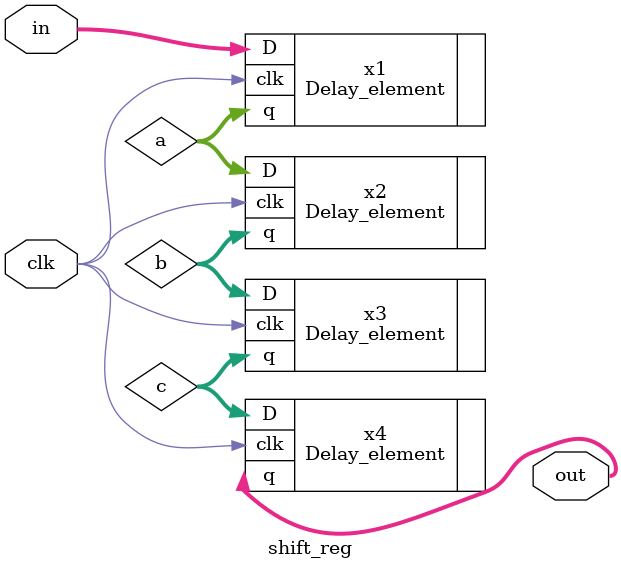
<source format=v>
`timescale 1ns / 1ps


module shift_reg(in,out,clk);
input [0:16] in;
input clk;
output [0:16]out;
wire [0:16] a,b,c;
Delay_element x1 (.D(in),.clk(clk),.q(a));
Delay_element x2 (.D(a),.clk(clk),.q(b));
Delay_element x3 (.D(b),.clk(clk),.q(c));
Delay_element x4 (.D(c),.clk(clk),.q(out));
endmodule

</source>
